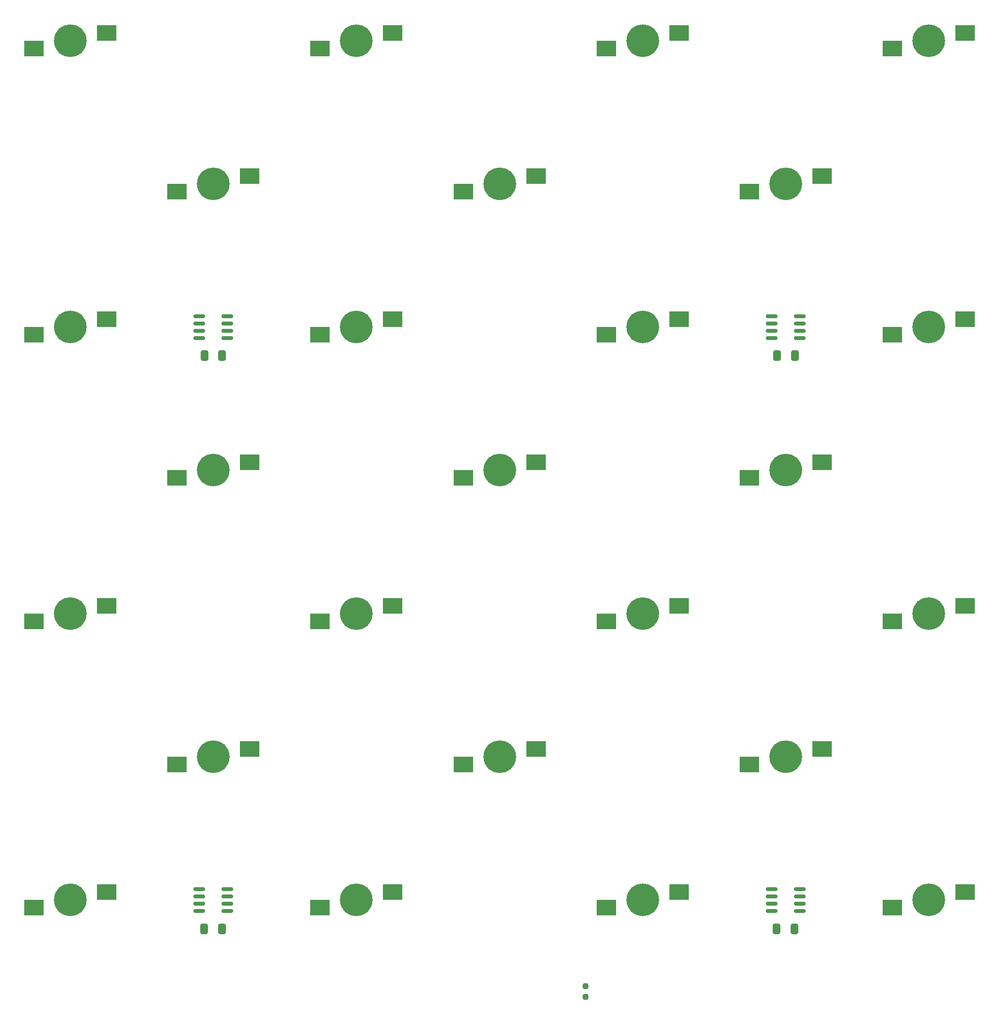
<source format=gbr>
%TF.GenerationSoftware,KiCad,Pcbnew,(5.99.0-7597-g9f5b12c7f7)*%
%TF.CreationDate,2021-12-15T12:42:07+01:00*%
%TF.ProjectId,reflector,7265666c-6563-4746-9f72-2e6b69636164,rev?*%
%TF.SameCoordinates,Original*%
%TF.FileFunction,Paste,Top*%
%TF.FilePolarity,Positive*%
%FSLAX46Y46*%
G04 Gerber Fmt 4.6, Leading zero omitted, Abs format (unit mm)*
G04 Created by KiCad (PCBNEW (5.99.0-7597-g9f5b12c7f7)) date 2021-12-15 12:42:07*
%MOMM*%
%LPD*%
G01*
G04 APERTURE LIST*
G04 Aperture macros list*
%AMRoundRect*
0 Rectangle with rounded corners*
0 $1 Rounding radius*
0 $2 $3 $4 $5 $6 $7 $8 $9 X,Y pos of 4 corners*
0 Add a 4 corners polygon primitive as box body*
4,1,4,$2,$3,$4,$5,$6,$7,$8,$9,$2,$3,0*
0 Add four circle primitives for the rounded corners*
1,1,$1+$1,$2,$3,0*
1,1,$1+$1,$4,$5,0*
1,1,$1+$1,$6,$7,0*
1,1,$1+$1,$8,$9,0*
0 Add four rect primitives between the rounded corners*
20,1,$1+$1,$2,$3,$4,$5,0*
20,1,$1+$1,$4,$5,$6,$7,0*
20,1,$1+$1,$6,$7,$8,$9,0*
20,1,$1+$1,$8,$9,$2,$3,0*%
G04 Aperture macros list end*
%ADD10R,3.500000X2.700000*%
%ADD11C,5.700000*%
%ADD12RoundRect,0.150000X-0.825000X-0.150000X0.825000X-0.150000X0.825000X0.150000X-0.825000X0.150000X0*%
%ADD13RoundRect,0.250000X0.412500X0.650000X-0.412500X0.650000X-0.412500X-0.650000X0.412500X-0.650000X0*%
%ADD14RoundRect,0.237500X0.237500X-0.250000X0.237500X0.250000X-0.237500X0.250000X-0.237500X-0.250000X0*%
G04 APERTURE END LIST*
D10*
%TO.C,D22*%
X106350000Y-78650000D03*
X93650000Y-81350000D03*
D11*
X100000000Y-80000000D03*
%TD*%
D12*
%TO.C,U2*%
X197525000Y-203095000D03*
X197525000Y-204365000D03*
X197525000Y-205635000D03*
X197525000Y-206905000D03*
X202475000Y-206905000D03*
X202475000Y-205635000D03*
X202475000Y-204365000D03*
X202475000Y-203095000D03*
%TD*%
%TO.C,U4*%
X97525000Y-103095000D03*
X97525000Y-104365000D03*
X97525000Y-105635000D03*
X97525000Y-106905000D03*
X102475000Y-106905000D03*
X102475000Y-105635000D03*
X102475000Y-104365000D03*
X102475000Y-103095000D03*
%TD*%
D10*
%TO.C,D23*%
X193650000Y-81350000D03*
X206350000Y-78650000D03*
D11*
X200000000Y-80000000D03*
%TD*%
D10*
%TO.C,D13*%
X231350000Y-53650000D03*
X218650000Y-56350000D03*
D11*
X225000000Y-55000000D03*
%TD*%
D10*
%TO.C,D17*%
X81350000Y-103650000D03*
X68650000Y-106350000D03*
D11*
X75000000Y-105000000D03*
%TD*%
D10*
%TO.C,D20*%
X193650000Y-131350000D03*
X206350000Y-128650000D03*
D11*
X200000000Y-130000000D03*
%TD*%
D10*
%TO.C,D4*%
X168650000Y-206350000D03*
X181350000Y-203650000D03*
D11*
X175000000Y-205000000D03*
%TD*%
D13*
%TO.C,C1*%
X201562500Y-110000000D03*
X198437500Y-110000000D03*
%TD*%
%TO.C,C3*%
X101562500Y-110000000D03*
X98437500Y-110000000D03*
%TD*%
D10*
%TO.C,D10*%
X106350000Y-128650000D03*
X93650000Y-131350000D03*
D11*
X100000000Y-130000000D03*
%TD*%
D10*
%TO.C,D6*%
X118650000Y-156350000D03*
X131350000Y-153650000D03*
D11*
X125000000Y-155000000D03*
%TD*%
D10*
%TO.C,D1*%
X131350000Y-203650000D03*
X118650000Y-206350000D03*
D11*
X125000000Y-205000000D03*
%TD*%
D10*
%TO.C,D8*%
X181350000Y-53650000D03*
X168650000Y-56350000D03*
D11*
X175000000Y-55000000D03*
%TD*%
D10*
%TO.C,D14*%
X231350000Y-153650000D03*
X218650000Y-156350000D03*
D11*
X225000000Y-155000000D03*
%TD*%
D10*
%TO.C,D25*%
X143650000Y-131350000D03*
X156350000Y-128650000D03*
D11*
X150000000Y-130000000D03*
%TD*%
D13*
%TO.C,C4*%
X101512500Y-210100000D03*
X98387500Y-210100000D03*
%TD*%
D12*
%TO.C,U1*%
X197525000Y-103095000D03*
X197525000Y-104365000D03*
X197525000Y-105635000D03*
X197525000Y-106905000D03*
X202475000Y-106905000D03*
X202475000Y-105635000D03*
X202475000Y-104365000D03*
X202475000Y-103095000D03*
%TD*%
D10*
%TO.C,D21*%
X106350000Y-178650000D03*
X93650000Y-181350000D03*
D11*
X100000000Y-180000000D03*
%TD*%
D10*
%TO.C,D24*%
X193650000Y-181350000D03*
X206350000Y-178650000D03*
D11*
X200000000Y-180000000D03*
%TD*%
D10*
%TO.C,D3*%
X168650000Y-106350000D03*
X181350000Y-103650000D03*
D11*
X175000000Y-105000000D03*
%TD*%
D10*
%TO.C,D15*%
X156350000Y-78650000D03*
X143650000Y-81350000D03*
D11*
X150000000Y-80000000D03*
%TD*%
D10*
%TO.C,D11*%
X68650000Y-156350000D03*
X81350000Y-153650000D03*
D11*
X75000000Y-155000000D03*
%TD*%
D10*
%TO.C,D19*%
X218650000Y-206350000D03*
X231350000Y-203650000D03*
D11*
X225000000Y-205000000D03*
%TD*%
D13*
%TO.C,C2*%
X201512500Y-210050000D03*
X198387500Y-210050000D03*
%TD*%
D10*
%TO.C,D18*%
X218650000Y-106350000D03*
X231350000Y-103650000D03*
D11*
X225000000Y-105000000D03*
%TD*%
D10*
%TO.C,D7*%
X118650000Y-56350000D03*
X131350000Y-53650000D03*
D11*
X125000000Y-55000000D03*
%TD*%
D12*
%TO.C,U3*%
X97525000Y-203095000D03*
X97525000Y-204365000D03*
X97525000Y-205635000D03*
X97525000Y-206905000D03*
X102475000Y-206905000D03*
X102475000Y-205635000D03*
X102475000Y-204365000D03*
X102475000Y-203095000D03*
%TD*%
D10*
%TO.C,D9*%
X181350000Y-153650000D03*
X168650000Y-156350000D03*
D11*
X175000000Y-155000000D03*
%TD*%
D10*
%TO.C,D5*%
X143650000Y-181350000D03*
X156350000Y-178650000D03*
D11*
X150000000Y-180000000D03*
%TD*%
D10*
%TO.C,D2*%
X131350000Y-103650000D03*
X118650000Y-106350000D03*
D11*
X125000000Y-105000000D03*
%TD*%
D14*
%TO.C,R1*%
X165000000Y-221912500D03*
X165000000Y-220087500D03*
%TD*%
D10*
%TO.C,D16*%
X81350000Y-203650000D03*
X68650000Y-206350000D03*
D11*
X75000000Y-205000000D03*
%TD*%
D10*
%TO.C,D12*%
X68650000Y-56350000D03*
X81350000Y-53650000D03*
D11*
X75000000Y-55000000D03*
%TD*%
M02*

</source>
